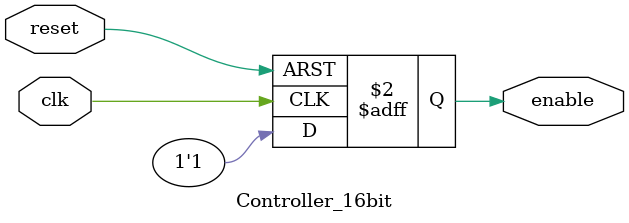
<source format=v>
module Controller_16bit(
  input wire clk,
  input wire reset,
  output reg enable
);

  always @(posedge clk or posedge reset) begin
    if (reset)
      enable <= 0;
    else
      enable <= 1;
  end

endmodule

</source>
